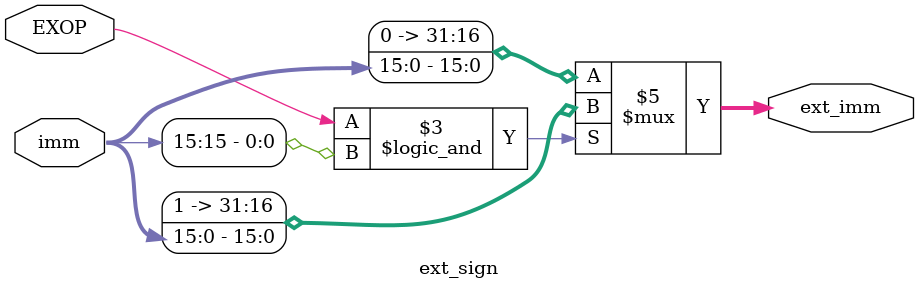
<source format=v>
module ext_sign(
    input EXOP,
    input [15:0]imm,
    output reg [31:0]ext_imm
);
always @(*) begin
    if(EXOP&&imm[15]==1)
         ext_imm={16'hffff,imm};
    else 
        ext_imm={16'h0000,imm};
end
endmodule
</source>
